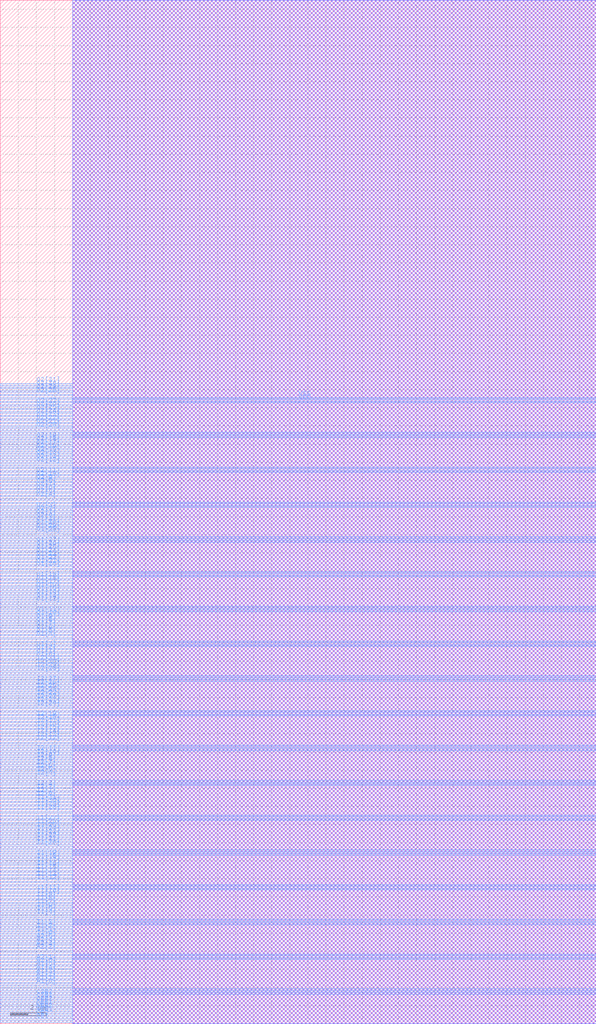
<source format=lef>
VERSION 5.6 ;
BUSBITCHARS "[]" ;
DIVIDERCHAR "/" ;

MACRO SRAM2RW64x32
  CLASS BLOCK ;
  ORIGIN 0 0 ;
  FOREIGN SRAM2RW64x32 0 0 ;
  SIZE 32.928 BY 56.512 ;
  SYMMETRY X Y ;
  SITE asap7sc7p5t ;
  PIN VDD
    DIRECTION INOUT ;
    USE POWER ;
    PORT 
      LAYER M4 ;
        RECT 0.0 1.632 32.928 1.728 ;
        RECT 0.0 3.552 32.928 3.648 ;
        RECT 0.0 5.472 32.928 5.568 ;
        RECT 0.0 7.392 32.928 7.488 ;
        RECT 0.0 9.312 32.928 9.408 ;
        RECT 0.0 11.232 32.928 11.328 ;
        RECT 0.0 13.152 32.928 13.248 ;
        RECT 0.0 15.072 32.928 15.168 ;
        RECT 0.0 16.992 32.928 17.088 ;
        RECT 0.0 18.912 32.928 19.008 ;
        RECT 0.0 20.832 32.928 20.928 ;
        RECT 0.0 22.752 32.928 22.848 ;
        RECT 0.0 24.672 32.928 24.768 ;
        RECT 0.0 26.592 32.928 26.688 ;
        RECT 0.0 28.512 32.928 28.608 ;
        RECT 0.0 30.432 32.928 30.528 ;
        RECT 0.0 32.352 32.928 32.448 ;
        RECT 0.0 34.272 32.928 34.368 ;
    END 
  END VDD
  PIN VSS
    DIRECTION INOUT ;
    USE GROUND ;
    PORT 
      LAYER M4 ;
        RECT 0.0 1.824 32.928 1.92 ;
        RECT 0.0 3.744 32.928 3.84 ;
        RECT 0.0 5.664 32.928 5.76 ;
        RECT 0.0 7.584 32.928 7.68 ;
        RECT 0.0 9.504 32.928 9.6 ;
        RECT 0.0 11.424 32.928 11.52 ;
        RECT 0.0 13.344 32.928 13.44 ;
        RECT 0.0 15.264 32.928 15.36 ;
        RECT 0.0 17.184 32.928 17.28 ;
        RECT 0.0 19.104 32.928 19.2 ;
        RECT 0.0 21.024 32.928 21.12 ;
        RECT 0.0 22.944 32.928 23.04 ;
        RECT 0.0 24.864 32.928 24.96 ;
        RECT 0.0 26.784 32.928 26.88 ;
        RECT 0.0 28.704 32.928 28.8 ;
        RECT 0.0 30.624 32.928 30.72 ;
        RECT 0.0 32.544 32.928 32.64 ;
        RECT 0.0 34.464 32.928 34.56 ;
    END 
  END VSS
  PIN CE1
    DIRECTION INPUT ;
    USE SIGNAL ;
    PORT 
      LAYER M4 ;
        RECT 0.0 0.096 4.0 0.192 ;
    END 
  END CE1
  PIN CE2
    DIRECTION INPUT ;
    USE SIGNAL ;
    PORT 
      LAYER M4 ;
        RECT 0.0 0.288 4.0 0.384 ;
    END 
  END CE2
  PIN WEB1
    DIRECTION INPUT ;
    USE SIGNAL ;
    PORT 
      LAYER M4 ;
        RECT 0.0 0.48 4.0 0.576 ;
    END 
  END WEB1
  PIN WEB2
    DIRECTION INPUT ;
    USE SIGNAL ;
    PORT 
      LAYER M4 ;
        RECT 0.0 0.672 4.0 0.768 ;
    END 
  END WEB2
  PIN OEB1
    DIRECTION INPUT ;
    USE SIGNAL ;
    PORT 
      LAYER M4 ;
        RECT 0.0 0.864 4.0 0.96 ;
    END 
  END OEB1
  PIN OEB2
    DIRECTION INPUT ;
    USE SIGNAL ;
    PORT 
      LAYER M4 ;
        RECT 0.0 1.056 4.0 1.152 ;
    END 
  END OEB2
  PIN CSB1
    DIRECTION INPUT ;
    USE SIGNAL ;
    PORT 
      LAYER M4 ;
        RECT 0.0 1.248 4.0 1.344 ;
    END 
  END CSB1
  PIN CSB2
    DIRECTION INPUT ;
    USE SIGNAL ;
    PORT 
      LAYER M4 ;
        RECT 0.0 1.44 4.0 1.536 ;
    END 
  END CSB2
  PIN A1[0]
    DIRECTION INPUT ;
    USE SIGNAL ;
    PORT 
      LAYER M4 ;
        RECT 0.0 2.016 4.0 2.112 ;
    END 
  END A1[0]
  PIN A1[1]
    DIRECTION INPUT ;
    USE SIGNAL ;
    PORT 
      LAYER M4 ;
        RECT 0.0 2.208 4.0 2.304 ;
    END 
  END A1[1]
  PIN A1[2]
    DIRECTION INPUT ;
    USE SIGNAL ;
    PORT 
      LAYER M4 ;
        RECT 0.0 2.4 4.0 2.496 ;
    END 
  END A1[2]
  PIN A1[3]
    DIRECTION INPUT ;
    USE SIGNAL ;
    PORT 
      LAYER M4 ;
        RECT 0.0 2.592 4.0 2.688 ;
    END 
  END A1[3]
  PIN A1[4]
    DIRECTION INPUT ;
    USE SIGNAL ;
    PORT 
      LAYER M4 ;
        RECT 0.0 2.784 4.0 2.88 ;
    END 
  END A1[4]
  PIN A1[5]
    DIRECTION INPUT ;
    USE SIGNAL ;
    PORT 
      LAYER M4 ;
        RECT 0.0 2.976 4.0 3.072 ;
    END 
  END A1[5]
  PIN A2[0]
    DIRECTION INPUT ;
    USE SIGNAL ;
    PORT 
      LAYER M4 ;
        RECT 0.0 3.168 4.0 3.264 ;
    END 
  END A2[0]
  PIN A2[1]
    DIRECTION INPUT ;
    USE SIGNAL ;
    PORT 
      LAYER M4 ;
        RECT 0.0 3.36 4.0 3.456 ;
    END 
  END A2[1]
  PIN A2[2]
    DIRECTION INPUT ;
    USE SIGNAL ;
    PORT 
      LAYER M4 ;
        RECT 0.0 3.936 4.0 4.032 ;
    END 
  END A2[2]
  PIN A2[3]
    DIRECTION INPUT ;
    USE SIGNAL ;
    PORT 
      LAYER M4 ;
        RECT 0.0 4.128 4.0 4.224 ;
    END 
  END A2[3]
  PIN A2[4]
    DIRECTION INPUT ;
    USE SIGNAL ;
    PORT 
      LAYER M4 ;
        RECT 0.0 4.32 4.0 4.416 ;
    END 
  END A2[4]
  PIN A2[5]
    DIRECTION INPUT ;
    USE SIGNAL ;
    PORT 
      LAYER M4 ;
        RECT 0.0 4.512 4.0 4.608 ;
    END 
  END A2[5]
  PIN I1[0]
    DIRECTION INPUT ;
    USE SIGNAL ;
    PORT 
      LAYER M4 ;
        RECT 0.0 4.704 4.0 4.8 ;
    END 
  END I1[0]
  PIN I1[1]
    DIRECTION INPUT ;
    USE SIGNAL ;
    PORT 
      LAYER M4 ;
        RECT 0.0 4.896 4.0 4.992 ;
    END 
  END I1[1]
  PIN I1[2]
    DIRECTION INPUT ;
    USE SIGNAL ;
    PORT 
      LAYER M4 ;
        RECT 0.0 5.088 4.0 5.184 ;
    END 
  END I1[2]
  PIN I1[3]
    DIRECTION INPUT ;
    USE SIGNAL ;
    PORT 
      LAYER M4 ;
        RECT 0.0 5.28 4.0 5.376 ;
    END 
  END I1[3]
  PIN I1[4]
    DIRECTION INPUT ;
    USE SIGNAL ;
    PORT 
      LAYER M4 ;
        RECT 0.0 5.856 4.0 5.952 ;
    END 
  END I1[4]
  PIN I1[5]
    DIRECTION INPUT ;
    USE SIGNAL ;
    PORT 
      LAYER M4 ;
        RECT 0.0 6.048 4.0 6.144 ;
    END 
  END I1[5]
  PIN I1[6]
    DIRECTION INPUT ;
    USE SIGNAL ;
    PORT 
      LAYER M4 ;
        RECT 0.0 6.24 4.0 6.336 ;
    END 
  END I1[6]
  PIN I1[7]
    DIRECTION INPUT ;
    USE SIGNAL ;
    PORT 
      LAYER M4 ;
        RECT 0.0 6.432 4.0 6.528 ;
    END 
  END I1[7]
  PIN I1[8]
    DIRECTION INPUT ;
    USE SIGNAL ;
    PORT 
      LAYER M4 ;
        RECT 0.0 6.624 4.0 6.72 ;
    END 
  END I1[8]
  PIN I1[9]
    DIRECTION INPUT ;
    USE SIGNAL ;
    PORT 
      LAYER M4 ;
        RECT 0.0 6.816 4.0 6.912 ;
    END 
  END I1[9]
  PIN I1[10]
    DIRECTION INPUT ;
    USE SIGNAL ;
    PORT 
      LAYER M4 ;
        RECT 0.0 7.008 4.0 7.104 ;
    END 
  END I1[10]
  PIN I1[11]
    DIRECTION INPUT ;
    USE SIGNAL ;
    PORT 
      LAYER M4 ;
        RECT 0.0 7.2 4.0 7.296 ;
    END 
  END I1[11]
  PIN I1[12]
    DIRECTION INPUT ;
    USE SIGNAL ;
    PORT 
      LAYER M4 ;
        RECT 0.0 7.776 4.0 7.872 ;
    END 
  END I1[12]
  PIN I1[13]
    DIRECTION INPUT ;
    USE SIGNAL ;
    PORT 
      LAYER M4 ;
        RECT 0.0 7.968 4.0 8.064 ;
    END 
  END I1[13]
  PIN I1[14]
    DIRECTION INPUT ;
    USE SIGNAL ;
    PORT 
      LAYER M4 ;
        RECT 0.0 8.16 4.0 8.256 ;
    END 
  END I1[14]
  PIN I1[15]
    DIRECTION INPUT ;
    USE SIGNAL ;
    PORT 
      LAYER M4 ;
        RECT 0.0 8.352 4.0 8.448 ;
    END 
  END I1[15]
  PIN I1[16]
    DIRECTION INPUT ;
    USE SIGNAL ;
    PORT 
      LAYER M4 ;
        RECT 0.0 8.544 4.0 8.64 ;
    END 
  END I1[16]
  PIN I1[17]
    DIRECTION INPUT ;
    USE SIGNAL ;
    PORT 
      LAYER M4 ;
        RECT 0.0 8.736 4.0 8.832 ;
    END 
  END I1[17]
  PIN I1[18]
    DIRECTION INPUT ;
    USE SIGNAL ;
    PORT 
      LAYER M4 ;
        RECT 0.0 8.928 4.0 9.024 ;
    END 
  END I1[18]
  PIN I1[19]
    DIRECTION INPUT ;
    USE SIGNAL ;
    PORT 
      LAYER M4 ;
        RECT 0.0 9.12 4.0 9.216 ;
    END 
  END I1[19]
  PIN I1[20]
    DIRECTION INPUT ;
    USE SIGNAL ;
    PORT 
      LAYER M4 ;
        RECT 0.0 9.696 4.0 9.792 ;
    END 
  END I1[20]
  PIN I1[21]
    DIRECTION INPUT ;
    USE SIGNAL ;
    PORT 
      LAYER M4 ;
        RECT 0.0 9.888 4.0 9.984 ;
    END 
  END I1[21]
  PIN I1[22]
    DIRECTION INPUT ;
    USE SIGNAL ;
    PORT 
      LAYER M4 ;
        RECT 0.0 10.08 4.0 10.176 ;
    END 
  END I1[22]
  PIN I1[23]
    DIRECTION INPUT ;
    USE SIGNAL ;
    PORT 
      LAYER M4 ;
        RECT 0.0 10.272 4.0 10.368 ;
    END 
  END I1[23]
  PIN I1[24]
    DIRECTION INPUT ;
    USE SIGNAL ;
    PORT 
      LAYER M4 ;
        RECT 0.0 10.464 4.0 10.56 ;
    END 
  END I1[24]
  PIN I1[25]
    DIRECTION INPUT ;
    USE SIGNAL ;
    PORT 
      LAYER M4 ;
        RECT 0.0 10.656 4.0 10.752 ;
    END 
  END I1[25]
  PIN I1[26]
    DIRECTION INPUT ;
    USE SIGNAL ;
    PORT 
      LAYER M4 ;
        RECT 0.0 10.848 4.0 10.944 ;
    END 
  END I1[26]
  PIN I1[27]
    DIRECTION INPUT ;
    USE SIGNAL ;
    PORT 
      LAYER M4 ;
        RECT 0.0 11.04 4.0 11.136 ;
    END 
  END I1[27]
  PIN I1[28]
    DIRECTION INPUT ;
    USE SIGNAL ;
    PORT 
      LAYER M4 ;
        RECT 0.0 11.616 4.0 11.712 ;
    END 
  END I1[28]
  PIN I1[29]
    DIRECTION INPUT ;
    USE SIGNAL ;
    PORT 
      LAYER M4 ;
        RECT 0.0 11.808 4.0 11.904 ;
    END 
  END I1[29]
  PIN I1[30]
    DIRECTION INPUT ;
    USE SIGNAL ;
    PORT 
      LAYER M4 ;
        RECT 0.0 12.0 4.0 12.096 ;
    END 
  END I1[30]
  PIN I1[31]
    DIRECTION INPUT ;
    USE SIGNAL ;
    PORT 
      LAYER M4 ;
        RECT 0.0 12.192 4.0 12.288 ;
    END 
  END I1[31]
  PIN I2[0]
    DIRECTION INPUT ;
    USE SIGNAL ;
    PORT 
      LAYER M4 ;
        RECT 0.0 12.384 4.0 12.48 ;
    END 
  END I2[0]
  PIN I2[1]
    DIRECTION INPUT ;
    USE SIGNAL ;
    PORT 
      LAYER M4 ;
        RECT 0.0 12.576 4.0 12.672 ;
    END 
  END I2[1]
  PIN I2[2]
    DIRECTION INPUT ;
    USE SIGNAL ;
    PORT 
      LAYER M4 ;
        RECT 0.0 12.768 4.0 12.864 ;
    END 
  END I2[2]
  PIN I2[3]
    DIRECTION INPUT ;
    USE SIGNAL ;
    PORT 
      LAYER M4 ;
        RECT 0.0 12.96 4.0 13.056 ;
    END 
  END I2[3]
  PIN I2[4]
    DIRECTION INPUT ;
    USE SIGNAL ;
    PORT 
      LAYER M4 ;
        RECT 0.0 13.536 4.0 13.632 ;
    END 
  END I2[4]
  PIN I2[5]
    DIRECTION INPUT ;
    USE SIGNAL ;
    PORT 
      LAYER M4 ;
        RECT 0.0 13.728 4.0 13.824 ;
    END 
  END I2[5]
  PIN I2[6]
    DIRECTION INPUT ;
    USE SIGNAL ;
    PORT 
      LAYER M4 ;
        RECT 0.0 13.92 4.0 14.016 ;
    END 
  END I2[6]
  PIN I2[7]
    DIRECTION INPUT ;
    USE SIGNAL ;
    PORT 
      LAYER M4 ;
        RECT 0.0 14.112 4.0 14.208 ;
    END 
  END I2[7]
  PIN I2[8]
    DIRECTION INPUT ;
    USE SIGNAL ;
    PORT 
      LAYER M4 ;
        RECT 0.0 14.304 4.0 14.4 ;
    END 
  END I2[8]
  PIN I2[9]
    DIRECTION INPUT ;
    USE SIGNAL ;
    PORT 
      LAYER M4 ;
        RECT 0.0 14.496 4.0 14.592 ;
    END 
  END I2[9]
  PIN I2[10]
    DIRECTION INPUT ;
    USE SIGNAL ;
    PORT 
      LAYER M4 ;
        RECT 0.0 14.688 4.0 14.784 ;
    END 
  END I2[10]
  PIN I2[11]
    DIRECTION INPUT ;
    USE SIGNAL ;
    PORT 
      LAYER M4 ;
        RECT 0.0 14.88 4.0 14.976 ;
    END 
  END I2[11]
  PIN I2[12]
    DIRECTION INPUT ;
    USE SIGNAL ;
    PORT 
      LAYER M4 ;
        RECT 0.0 15.456 4.0 15.552 ;
    END 
  END I2[12]
  PIN I2[13]
    DIRECTION INPUT ;
    USE SIGNAL ;
    PORT 
      LAYER M4 ;
        RECT 0.0 15.648 4.0 15.744 ;
    END 
  END I2[13]
  PIN I2[14]
    DIRECTION INPUT ;
    USE SIGNAL ;
    PORT 
      LAYER M4 ;
        RECT 0.0 15.84 4.0 15.936 ;
    END 
  END I2[14]
  PIN I2[15]
    DIRECTION INPUT ;
    USE SIGNAL ;
    PORT 
      LAYER M4 ;
        RECT 0.0 16.032 4.0 16.128 ;
    END 
  END I2[15]
  PIN I2[16]
    DIRECTION INPUT ;
    USE SIGNAL ;
    PORT 
      LAYER M4 ;
        RECT 0.0 16.224 4.0 16.32 ;
    END 
  END I2[16]
  PIN I2[17]
    DIRECTION INPUT ;
    USE SIGNAL ;
    PORT 
      LAYER M4 ;
        RECT 0.0 16.416 4.0 16.512 ;
    END 
  END I2[17]
  PIN I2[18]
    DIRECTION INPUT ;
    USE SIGNAL ;
    PORT 
      LAYER M4 ;
        RECT 0.0 16.608 4.0 16.704 ;
    END 
  END I2[18]
  PIN I2[19]
    DIRECTION INPUT ;
    USE SIGNAL ;
    PORT 
      LAYER M4 ;
        RECT 0.0 16.8 4.0 16.896 ;
    END 
  END I2[19]
  PIN I2[20]
    DIRECTION INPUT ;
    USE SIGNAL ;
    PORT 
      LAYER M4 ;
        RECT 0.0 17.376 4.0 17.472 ;
    END 
  END I2[20]
  PIN I2[21]
    DIRECTION INPUT ;
    USE SIGNAL ;
    PORT 
      LAYER M4 ;
        RECT 0.0 17.568 4.0 17.664 ;
    END 
  END I2[21]
  PIN I2[22]
    DIRECTION INPUT ;
    USE SIGNAL ;
    PORT 
      LAYER M4 ;
        RECT 0.0 17.76 4.0 17.856 ;
    END 
  END I2[22]
  PIN I2[23]
    DIRECTION INPUT ;
    USE SIGNAL ;
    PORT 
      LAYER M4 ;
        RECT 0.0 17.952 4.0 18.048 ;
    END 
  END I2[23]
  PIN I2[24]
    DIRECTION INPUT ;
    USE SIGNAL ;
    PORT 
      LAYER M4 ;
        RECT 0.0 18.144 4.0 18.24 ;
    END 
  END I2[24]
  PIN I2[25]
    DIRECTION INPUT ;
    USE SIGNAL ;
    PORT 
      LAYER M4 ;
        RECT 0.0 18.336 4.0 18.432 ;
    END 
  END I2[25]
  PIN I2[26]
    DIRECTION INPUT ;
    USE SIGNAL ;
    PORT 
      LAYER M4 ;
        RECT 0.0 18.528 4.0 18.624 ;
    END 
  END I2[26]
  PIN I2[27]
    DIRECTION INPUT ;
    USE SIGNAL ;
    PORT 
      LAYER M4 ;
        RECT 0.0 18.72 4.0 18.816 ;
    END 
  END I2[27]
  PIN I2[28]
    DIRECTION INPUT ;
    USE SIGNAL ;
    PORT 
      LAYER M4 ;
        RECT 0.0 19.296 4.0 19.392 ;
    END 
  END I2[28]
  PIN I2[29]
    DIRECTION INPUT ;
    USE SIGNAL ;
    PORT 
      LAYER M4 ;
        RECT 0.0 19.488 4.0 19.584 ;
    END 
  END I2[29]
  PIN I2[30]
    DIRECTION INPUT ;
    USE SIGNAL ;
    PORT 
      LAYER M4 ;
        RECT 0.0 19.68 4.0 19.776 ;
    END 
  END I2[30]
  PIN I2[31]
    DIRECTION INPUT ;
    USE SIGNAL ;
    PORT 
      LAYER M4 ;
        RECT 0.0 19.872 4.0 19.968 ;
    END 
  END I2[31]
  PIN O1[0]
    DIRECTION OUTPUT ;
    USE SIGNAL ;
    PORT 
      LAYER M4 ;
        RECT 0.0 20.064 4.0 20.16 ;
    END 
  END O1[0]
  PIN O1[1]
    DIRECTION OUTPUT ;
    USE SIGNAL ;
    PORT 
      LAYER M4 ;
        RECT 0.0 20.256 4.0 20.352 ;
    END 
  END O1[1]
  PIN O1[2]
    DIRECTION OUTPUT ;
    USE SIGNAL ;
    PORT 
      LAYER M4 ;
        RECT 0.0 20.448 4.0 20.544 ;
    END 
  END O1[2]
  PIN O1[3]
    DIRECTION OUTPUT ;
    USE SIGNAL ;
    PORT 
      LAYER M4 ;
        RECT 0.0 20.64 4.0 20.736 ;
    END 
  END O1[3]
  PIN O1[4]
    DIRECTION OUTPUT ;
    USE SIGNAL ;
    PORT 
      LAYER M4 ;
        RECT 0.0 21.216 4.0 21.312 ;
    END 
  END O1[4]
  PIN O1[5]
    DIRECTION OUTPUT ;
    USE SIGNAL ;
    PORT 
      LAYER M4 ;
        RECT 0.0 21.408 4.0 21.504 ;
    END 
  END O1[5]
  PIN O1[6]
    DIRECTION OUTPUT ;
    USE SIGNAL ;
    PORT 
      LAYER M4 ;
        RECT 0.0 21.6 4.0 21.696 ;
    END 
  END O1[6]
  PIN O1[7]
    DIRECTION OUTPUT ;
    USE SIGNAL ;
    PORT 
      LAYER M4 ;
        RECT 0.0 21.792 4.0 21.888 ;
    END 
  END O1[7]
  PIN O1[8]
    DIRECTION OUTPUT ;
    USE SIGNAL ;
    PORT 
      LAYER M4 ;
        RECT 0.0 21.984 4.0 22.08 ;
    END 
  END O1[8]
  PIN O1[9]
    DIRECTION OUTPUT ;
    USE SIGNAL ;
    PORT 
      LAYER M4 ;
        RECT 0.0 22.176 4.0 22.272 ;
    END 
  END O1[9]
  PIN O1[10]
    DIRECTION OUTPUT ;
    USE SIGNAL ;
    PORT 
      LAYER M4 ;
        RECT 0.0 22.368 4.0 22.464 ;
    END 
  END O1[10]
  PIN O1[11]
    DIRECTION OUTPUT ;
    USE SIGNAL ;
    PORT 
      LAYER M4 ;
        RECT 0.0 22.56 4.0 22.656 ;
    END 
  END O1[11]
  PIN O1[12]
    DIRECTION OUTPUT ;
    USE SIGNAL ;
    PORT 
      LAYER M4 ;
        RECT 0.0 23.136 4.0 23.232 ;
    END 
  END O1[12]
  PIN O1[13]
    DIRECTION OUTPUT ;
    USE SIGNAL ;
    PORT 
      LAYER M4 ;
        RECT 0.0 23.328 4.0 23.424 ;
    END 
  END O1[13]
  PIN O1[14]
    DIRECTION OUTPUT ;
    USE SIGNAL ;
    PORT 
      LAYER M4 ;
        RECT 0.0 23.52 4.0 23.616 ;
    END 
  END O1[14]
  PIN O1[15]
    DIRECTION OUTPUT ;
    USE SIGNAL ;
    PORT 
      LAYER M4 ;
        RECT 0.0 23.712 4.0 23.808 ;
    END 
  END O1[15]
  PIN O1[16]
    DIRECTION OUTPUT ;
    USE SIGNAL ;
    PORT 
      LAYER M4 ;
        RECT 0.0 23.904 4.0 24.0 ;
    END 
  END O1[16]
  PIN O1[17]
    DIRECTION OUTPUT ;
    USE SIGNAL ;
    PORT 
      LAYER M4 ;
        RECT 0.0 24.096 4.0 24.192 ;
    END 
  END O1[17]
  PIN O1[18]
    DIRECTION OUTPUT ;
    USE SIGNAL ;
    PORT 
      LAYER M4 ;
        RECT 0.0 24.288 4.0 24.384 ;
    END 
  END O1[18]
  PIN O1[19]
    DIRECTION OUTPUT ;
    USE SIGNAL ;
    PORT 
      LAYER M4 ;
        RECT 0.0 24.48 4.0 24.576 ;
    END 
  END O1[19]
  PIN O1[20]
    DIRECTION OUTPUT ;
    USE SIGNAL ;
    PORT 
      LAYER M4 ;
        RECT 0.0 25.056 4.0 25.152 ;
    END 
  END O1[20]
  PIN O1[21]
    DIRECTION OUTPUT ;
    USE SIGNAL ;
    PORT 
      LAYER M4 ;
        RECT 0.0 25.248 4.0 25.344 ;
    END 
  END O1[21]
  PIN O1[22]
    DIRECTION OUTPUT ;
    USE SIGNAL ;
    PORT 
      LAYER M4 ;
        RECT 0.0 25.44 4.0 25.536 ;
    END 
  END O1[22]
  PIN O1[23]
    DIRECTION OUTPUT ;
    USE SIGNAL ;
    PORT 
      LAYER M4 ;
        RECT 0.0 25.632 4.0 25.728 ;
    END 
  END O1[23]
  PIN O1[24]
    DIRECTION OUTPUT ;
    USE SIGNAL ;
    PORT 
      LAYER M4 ;
        RECT 0.0 25.824 4.0 25.92 ;
    END 
  END O1[24]
  PIN O1[25]
    DIRECTION OUTPUT ;
    USE SIGNAL ;
    PORT 
      LAYER M4 ;
        RECT 0.0 26.016 4.0 26.112 ;
    END 
  END O1[25]
  PIN O1[26]
    DIRECTION OUTPUT ;
    USE SIGNAL ;
    PORT 
      LAYER M4 ;
        RECT 0.0 26.208 4.0 26.304 ;
    END 
  END O1[26]
  PIN O1[27]
    DIRECTION OUTPUT ;
    USE SIGNAL ;
    PORT 
      LAYER M4 ;
        RECT 0.0 26.4 4.0 26.496 ;
    END 
  END O1[27]
  PIN O1[28]
    DIRECTION OUTPUT ;
    USE SIGNAL ;
    PORT 
      LAYER M4 ;
        RECT 0.0 26.976 4.0 27.072 ;
    END 
  END O1[28]
  PIN O1[29]
    DIRECTION OUTPUT ;
    USE SIGNAL ;
    PORT 
      LAYER M4 ;
        RECT 0.0 27.168 4.0 27.264 ;
    END 
  END O1[29]
  PIN O1[30]
    DIRECTION OUTPUT ;
    USE SIGNAL ;
    PORT 
      LAYER M4 ;
        RECT 0.0 27.36 4.0 27.456 ;
    END 
  END O1[30]
  PIN O1[31]
    DIRECTION OUTPUT ;
    USE SIGNAL ;
    PORT 
      LAYER M4 ;
        RECT 0.0 27.552 4.0 27.648 ;
    END 
  END O1[31]
  PIN O2[0]
    DIRECTION OUTPUT ;
    USE SIGNAL ;
    PORT 
      LAYER M4 ;
        RECT 0.0 27.744 4.0 27.84 ;
    END 
  END O2[0]
  PIN O2[1]
    DIRECTION OUTPUT ;
    USE SIGNAL ;
    PORT 
      LAYER M4 ;
        RECT 0.0 27.936 4.0 28.032 ;
    END 
  END O2[1]
  PIN O2[2]
    DIRECTION OUTPUT ;
    USE SIGNAL ;
    PORT 
      LAYER M4 ;
        RECT 0.0 28.128 4.0 28.224 ;
    END 
  END O2[2]
  PIN O2[3]
    DIRECTION OUTPUT ;
    USE SIGNAL ;
    PORT 
      LAYER M4 ;
        RECT 0.0 28.32 4.0 28.416 ;
    END 
  END O2[3]
  PIN O2[4]
    DIRECTION OUTPUT ;
    USE SIGNAL ;
    PORT 
      LAYER M4 ;
        RECT 0.0 28.896 4.0 28.992 ;
    END 
  END O2[4]
  PIN O2[5]
    DIRECTION OUTPUT ;
    USE SIGNAL ;
    PORT 
      LAYER M4 ;
        RECT 0.0 29.088 4.0 29.184 ;
    END 
  END O2[5]
  PIN O2[6]
    DIRECTION OUTPUT ;
    USE SIGNAL ;
    PORT 
      LAYER M4 ;
        RECT 0.0 29.28 4.0 29.376 ;
    END 
  END O2[6]
  PIN O2[7]
    DIRECTION OUTPUT ;
    USE SIGNAL ;
    PORT 
      LAYER M4 ;
        RECT 0.0 29.472 4.0 29.568 ;
    END 
  END O2[7]
  PIN O2[8]
    DIRECTION OUTPUT ;
    USE SIGNAL ;
    PORT 
      LAYER M4 ;
        RECT 0.0 29.664 4.0 29.76 ;
    END 
  END O2[8]
  PIN O2[9]
    DIRECTION OUTPUT ;
    USE SIGNAL ;
    PORT 
      LAYER M4 ;
        RECT 0.0 29.856 4.0 29.952 ;
    END 
  END O2[9]
  PIN O2[10]
    DIRECTION OUTPUT ;
    USE SIGNAL ;
    PORT 
      LAYER M4 ;
        RECT 0.0 30.048 4.0 30.144 ;
    END 
  END O2[10]
  PIN O2[11]
    DIRECTION OUTPUT ;
    USE SIGNAL ;
    PORT 
      LAYER M4 ;
        RECT 0.0 30.24 4.0 30.336 ;
    END 
  END O2[11]
  PIN O2[12]
    DIRECTION OUTPUT ;
    USE SIGNAL ;
    PORT 
      LAYER M4 ;
        RECT 0.0 30.816 4.0 30.912 ;
    END 
  END O2[12]
  PIN O2[13]
    DIRECTION OUTPUT ;
    USE SIGNAL ;
    PORT 
      LAYER M4 ;
        RECT 0.0 31.008 4.0 31.104 ;
    END 
  END O2[13]
  PIN O2[14]
    DIRECTION OUTPUT ;
    USE SIGNAL ;
    PORT 
      LAYER M4 ;
        RECT 0.0 31.2 4.0 31.296 ;
    END 
  END O2[14]
  PIN O2[15]
    DIRECTION OUTPUT ;
    USE SIGNAL ;
    PORT 
      LAYER M4 ;
        RECT 0.0 31.392 4.0 31.488 ;
    END 
  END O2[15]
  PIN O2[16]
    DIRECTION OUTPUT ;
    USE SIGNAL ;
    PORT 
      LAYER M4 ;
        RECT 0.0 31.584 4.0 31.68 ;
    END 
  END O2[16]
  PIN O2[17]
    DIRECTION OUTPUT ;
    USE SIGNAL ;
    PORT 
      LAYER M4 ;
        RECT 0.0 31.776 4.0 31.872 ;
    END 
  END O2[17]
  PIN O2[18]
    DIRECTION OUTPUT ;
    USE SIGNAL ;
    PORT 
      LAYER M4 ;
        RECT 0.0 31.968 4.0 32.064 ;
    END 
  END O2[18]
  PIN O2[19]
    DIRECTION OUTPUT ;
    USE SIGNAL ;
    PORT 
      LAYER M4 ;
        RECT 0.0 32.16 4.0 32.256 ;
    END 
  END O2[19]
  PIN O2[20]
    DIRECTION OUTPUT ;
    USE SIGNAL ;
    PORT 
      LAYER M4 ;
        RECT 0.0 32.736 4.0 32.832 ;
    END 
  END O2[20]
  PIN O2[21]
    DIRECTION OUTPUT ;
    USE SIGNAL ;
    PORT 
      LAYER M4 ;
        RECT 0.0 32.928 4.0 33.024 ;
    END 
  END O2[21]
  PIN O2[22]
    DIRECTION OUTPUT ;
    USE SIGNAL ;
    PORT 
      LAYER M4 ;
        RECT 0.0 33.12 4.0 33.216 ;
    END 
  END O2[22]
  PIN O2[23]
    DIRECTION OUTPUT ;
    USE SIGNAL ;
    PORT 
      LAYER M4 ;
        RECT 0.0 33.312 4.0 33.408 ;
    END 
  END O2[23]
  PIN O2[24]
    DIRECTION OUTPUT ;
    USE SIGNAL ;
    PORT 
      LAYER M4 ;
        RECT 0.0 33.504 4.0 33.6 ;
    END 
  END O2[24]
  PIN O2[25]
    DIRECTION OUTPUT ;
    USE SIGNAL ;
    PORT 
      LAYER M4 ;
        RECT 0.0 33.696 4.0 33.792 ;
    END 
  END O2[25]
  PIN O2[26]
    DIRECTION OUTPUT ;
    USE SIGNAL ;
    PORT 
      LAYER M4 ;
        RECT 0.0 33.888 4.0 33.984 ;
    END 
  END O2[26]
  PIN O2[27]
    DIRECTION OUTPUT ;
    USE SIGNAL ;
    PORT 
      LAYER M4 ;
        RECT 0.0 34.08 4.0 34.176 ;
    END 
  END O2[27]
  PIN O2[28]
    DIRECTION OUTPUT ;
    USE SIGNAL ;
    PORT 
      LAYER M4 ;
        RECT 0.0 34.656 4.0 34.752 ;
    END 
  END O2[28]
  PIN O2[29]
    DIRECTION OUTPUT ;
    USE SIGNAL ;
    PORT 
      LAYER M4 ;
        RECT 0.0 34.848 4.0 34.944 ;
    END 
  END O2[29]
  PIN O2[30]
    DIRECTION OUTPUT ;
    USE SIGNAL ;
    PORT 
      LAYER M4 ;
        RECT 0.0 35.04 4.0 35.136 ;
    END 
  END O2[30]
  PIN O2[31]
    DIRECTION OUTPUT ;
    USE SIGNAL ;
    PORT 
      LAYER M4 ;
        RECT 0.0 35.232 4.0 35.328 ;
    END 
  END O2[31]
  OBS 
    LAYER M1 ;
      RECT 4.0 0.0 32.928 56.512 ;
    LAYER M2 ;
      RECT 4.0 0.0 32.928 56.512 ;
    LAYER M3 ;
      RECT 4.0 0.0 32.928 56.512 ;
  END 
END SRAM2RW64x32

END LIBRARY
</source>
